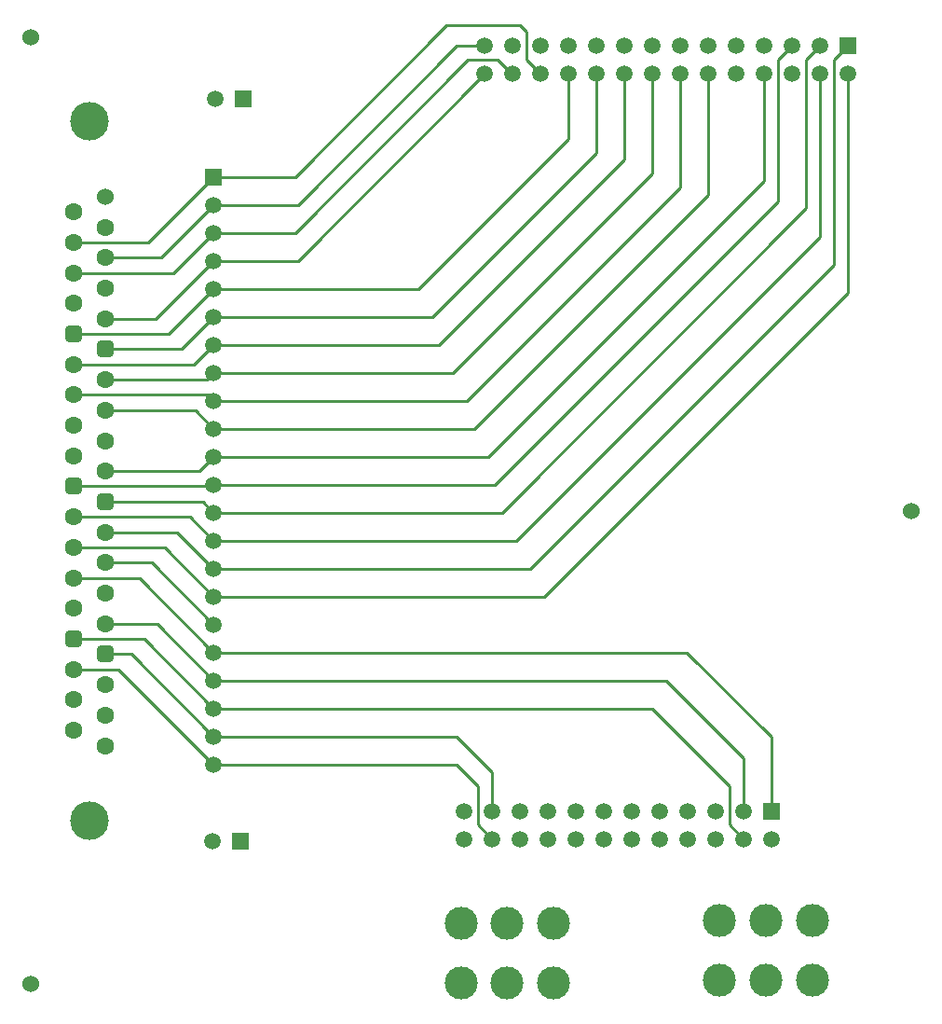
<source format=gtl>
G04*
G04 #@! TF.GenerationSoftware,Altium Limited,Altium Designer,18.0.9 (584)*
G04*
G04 Layer_Physical_Order=1*
G04 Layer_Color=255*
%FSLAX44Y44*%
%MOMM*%
G71*
G01*
G75*
%ADD11C,0.2540*%
%ADD21C,1.5000*%
%ADD22R,1.5000X1.5000*%
%ADD23C,1.5240*%
%ADD24R,1.5000X1.5000*%
%ADD25C,3.0000*%
%ADD26C,1.6000*%
G04:AMPARAMS|DCode=27|XSize=1.524mm|YSize=1.524mm|CornerRadius=0.381mm|HoleSize=0mm|Usage=FLASHONLY|Rotation=270.000|XOffset=0mm|YOffset=0mm|HoleType=Round|Shape=RoundedRectangle|*
%AMROUNDEDRECTD27*
21,1,1.5240,0.7620,0,0,270.0*
21,1,0.7620,1.5240,0,0,270.0*
1,1,0.7620,-0.3810,-0.3810*
1,1,0.7620,-0.3810,0.3810*
1,1,0.7620,0.3810,0.3810*
1,1,0.7620,0.3810,-0.3810*
%
%ADD27ROUNDEDRECTD27*%
%ADD28C,3.5000*%
D11*
X417842Y910430D02*
X484450D01*
X280472Y773060D02*
X417842Y910430D01*
X206190Y773060D02*
X280472D01*
X490474Y879102D02*
Y904406D01*
X484450Y910430D02*
X490474Y904406D01*
X119876Y325974D02*
X206190Y239660D01*
X79190Y325974D02*
X119876D01*
X204620Y492090D02*
X206190Y493660D01*
X79190Y492090D02*
X204620D01*
X79190Y464404D02*
X184646D01*
X79190Y492090D02*
X80760Y493660D01*
X490474Y879102D02*
X503016Y866560D01*
X674720Y184824D02*
Y220230D01*
Y184824D02*
X687674Y171870D01*
X604490Y290460D02*
X674720Y220230D01*
X426690Y239660D02*
X446120Y220230D01*
X206190Y239660D02*
X426690D01*
Y265060D02*
X459074Y232676D01*
X206190Y265060D02*
X426690D01*
X206190Y290460D02*
X604490D01*
X459074Y197270D02*
Y232676D01*
X617190Y315860D02*
X687674Y245376D01*
X206190Y315860D02*
X617190D01*
X636394Y341260D02*
X713074Y264580D01*
X206190Y341260D02*
X636394D01*
X206190Y392060D02*
X506390D01*
X206190Y417460D02*
X493690D01*
X206190Y442860D02*
X480990D01*
X206190Y468260D02*
X468290D01*
X206190Y493660D02*
X461940D01*
X455590Y519060D02*
X706216Y769686D01*
X206190Y519060D02*
X455590D01*
X206190Y544460D02*
X442890D01*
X206190Y569860D02*
X436540D01*
X206190Y595260D02*
X423840D01*
X206190Y620660D02*
X411140D01*
X206190Y646060D02*
X404790D01*
X206190Y671460D02*
X392090D01*
X206190Y696860D02*
X282516D01*
X206190Y722260D02*
X280076D01*
X206190Y747660D02*
X282870D01*
X138880Y408570D02*
X206190Y341260D01*
X79652Y408570D02*
X138880D01*
X79190Y409032D02*
X79652Y408570D01*
X79190Y353660D02*
X142990D01*
X154674Y367376D02*
X206190Y315860D01*
X107638Y367376D02*
X154674D01*
X142990Y353660D02*
X206190Y290460D01*
X131560Y339690D02*
X206190Y265060D01*
X107638Y339690D02*
X131560D01*
X150102Y422748D02*
X206190Y366660D01*
X107638Y422748D02*
X150102D01*
X161532Y436718D02*
X206190Y392060D01*
X79190Y436718D02*
X161532D01*
X173216Y450434D02*
X206190Y417460D01*
X107638Y450434D02*
X173216D01*
X184646Y464404D02*
X206190Y442860D01*
X196330Y478120D02*
X206190Y468260D01*
X107638Y478120D02*
X196330D01*
X192936Y505806D02*
X206190Y519060D01*
X107638Y505806D02*
X192936D01*
X189472Y561178D02*
X206190Y544460D01*
X107638Y561178D02*
X189472D01*
X146708Y713578D02*
X206190Y773060D01*
X79190Y713578D02*
X146708D01*
X158138Y699608D02*
X206190Y747660D01*
X107638Y699608D02*
X158138D01*
X169822Y685892D02*
X206190Y722260D01*
X79190Y685892D02*
X169822D01*
X153566Y644236D02*
X206190Y696860D01*
X107638Y644236D02*
X153566D01*
X165250Y630520D02*
X206190Y671460D01*
X79190Y630520D02*
X165250D01*
X176680Y616550D02*
X206190Y646060D01*
X107638Y616550D02*
X176680D01*
X188364Y602834D02*
X206190Y620660D01*
X79190Y602834D02*
X188364D01*
X79190Y575148D02*
X200902D01*
X199794Y588864D02*
X206190Y595260D01*
X107638Y588864D02*
X199794D01*
X200902Y575148D02*
X206190Y569860D01*
X282516Y696860D02*
X452216Y866560D01*
X782416Y668086D02*
Y866560D01*
X506390Y392060D02*
X782416Y668086D01*
X769462Y693232D02*
Y879006D01*
X493690Y417460D02*
X769462Y693232D01*
X757016Y718886D02*
Y866560D01*
X480990Y442860D02*
X757016Y718886D01*
X744570Y744540D02*
Y879514D01*
X468290Y468260D02*
X744570Y744540D01*
X719170Y750890D02*
Y879514D01*
X461940Y493660D02*
X719170Y750890D01*
X706216Y769686D02*
Y866560D01*
X655416Y756986D02*
Y866560D01*
X442890Y544460D02*
X655416Y756986D01*
X630016Y763336D02*
Y866560D01*
X436540Y569860D02*
X630016Y763336D01*
X604616Y776036D02*
Y866560D01*
X423840Y595260D02*
X604616Y776036D01*
X579216Y788736D02*
Y866560D01*
X411140Y620660D02*
X579216Y788736D01*
X553816Y795086D02*
Y866560D01*
X404790Y646060D02*
X553816Y795086D01*
X528416Y807786D02*
Y866560D01*
X392090Y671460D02*
X528416Y807786D01*
X687674Y197270D02*
Y245376D01*
X446120Y184824D02*
Y220230D01*
X427170Y891960D02*
X452216D01*
X282870Y747660D02*
X427170Y891960D01*
X437330Y879514D02*
X463900D01*
X280076Y722260D02*
X437330Y879514D01*
X713074Y197270D02*
Y264580D01*
X463900Y879514D02*
X476854Y866560D01*
X477616D01*
X446120Y184824D02*
X459074Y171870D01*
X448406Y866560D02*
X452216D01*
X719170Y879514D02*
X731616Y891960D01*
X744570Y879514D02*
X757016Y891960D01*
X769462Y879006D02*
X782416Y891960D01*
D21*
X207460Y844180D02*
D03*
X204920Y169810D02*
D03*
X757016Y891960D02*
D03*
X731616D02*
D03*
X706216D02*
D03*
X680816D02*
D03*
X655416D02*
D03*
X630016D02*
D03*
X604616D02*
D03*
X579216D02*
D03*
X553816D02*
D03*
X528416D02*
D03*
X503016D02*
D03*
X477616D02*
D03*
X452216D02*
D03*
X782416Y866560D02*
D03*
X757016D02*
D03*
X731616D02*
D03*
X706216D02*
D03*
X680816D02*
D03*
X655416D02*
D03*
X630016D02*
D03*
X604616D02*
D03*
X579216D02*
D03*
X553816D02*
D03*
X528416D02*
D03*
X503016D02*
D03*
X477616D02*
D03*
X452216D02*
D03*
X713074Y171870D02*
D03*
X687674Y197270D02*
D03*
Y171870D02*
D03*
X662274Y197270D02*
D03*
Y171870D02*
D03*
X636874Y197270D02*
D03*
Y171870D02*
D03*
X611474Y197270D02*
D03*
Y171870D02*
D03*
X586074Y197270D02*
D03*
Y171870D02*
D03*
X560674Y197270D02*
D03*
Y171870D02*
D03*
X535274Y197270D02*
D03*
Y171870D02*
D03*
X509874Y197270D02*
D03*
Y171870D02*
D03*
X484474Y197270D02*
D03*
Y171870D02*
D03*
X459074Y197270D02*
D03*
Y171870D02*
D03*
X433674Y197270D02*
D03*
Y171870D02*
D03*
X206190Y239660D02*
D03*
Y265060D02*
D03*
Y290460D02*
D03*
Y315860D02*
D03*
Y341260D02*
D03*
Y366660D02*
D03*
Y392060D02*
D03*
Y417460D02*
D03*
Y442860D02*
D03*
Y468260D02*
D03*
Y493660D02*
D03*
Y519060D02*
D03*
Y544460D02*
D03*
Y569860D02*
D03*
Y595260D02*
D03*
Y620660D02*
D03*
Y646060D02*
D03*
Y671460D02*
D03*
Y696860D02*
D03*
Y722260D02*
D03*
Y747660D02*
D03*
D22*
X232860Y844180D02*
D03*
X230320Y169810D02*
D03*
X782416Y891960D02*
D03*
X713074Y197270D02*
D03*
D23*
X840000Y470000D02*
D03*
X40000Y900000D02*
D03*
Y40000D02*
D03*
X107638Y754980D02*
D03*
D24*
X206190Y773060D02*
D03*
D25*
X707840Y98210D02*
D03*
Y43985D02*
D03*
X750015Y98210D02*
D03*
X665665Y43985D02*
D03*
Y98210D02*
D03*
X750015Y43985D02*
D03*
X472890Y95285D02*
D03*
Y41060D02*
D03*
X515065Y95285D02*
D03*
X430715Y41060D02*
D03*
Y95285D02*
D03*
X515065Y41060D02*
D03*
D26*
X107638Y256632D02*
D03*
X79190Y270602D02*
D03*
Y298288D02*
D03*
Y325974D02*
D03*
X107638Y312004D02*
D03*
Y395062D02*
D03*
X79190Y381346D02*
D03*
Y409032D02*
D03*
X107638Y422748D02*
D03*
Y367376D02*
D03*
Y450434D02*
D03*
X79190Y464404D02*
D03*
X107638Y533492D02*
D03*
X79190Y547462D02*
D03*
Y519776D02*
D03*
X107638Y561178D02*
D03*
X79190Y575148D02*
D03*
Y602834D02*
D03*
X107638Y644236D02*
D03*
Y699608D02*
D03*
Y671922D02*
D03*
X79190Y685892D02*
D03*
Y713578D02*
D03*
X107638Y727294D02*
D03*
Y284318D02*
D03*
Y588864D02*
D03*
X79190Y436718D02*
D03*
X107638Y505806D02*
D03*
X79190Y741264D02*
D03*
Y658206D02*
D03*
D27*
X107638Y339690D02*
D03*
Y478120D02*
D03*
X79190Y492090D02*
D03*
Y630520D02*
D03*
X107638Y616550D02*
D03*
X79190Y353660D02*
D03*
D28*
X93414Y188306D02*
D03*
Y823306D02*
D03*
M02*

</source>
